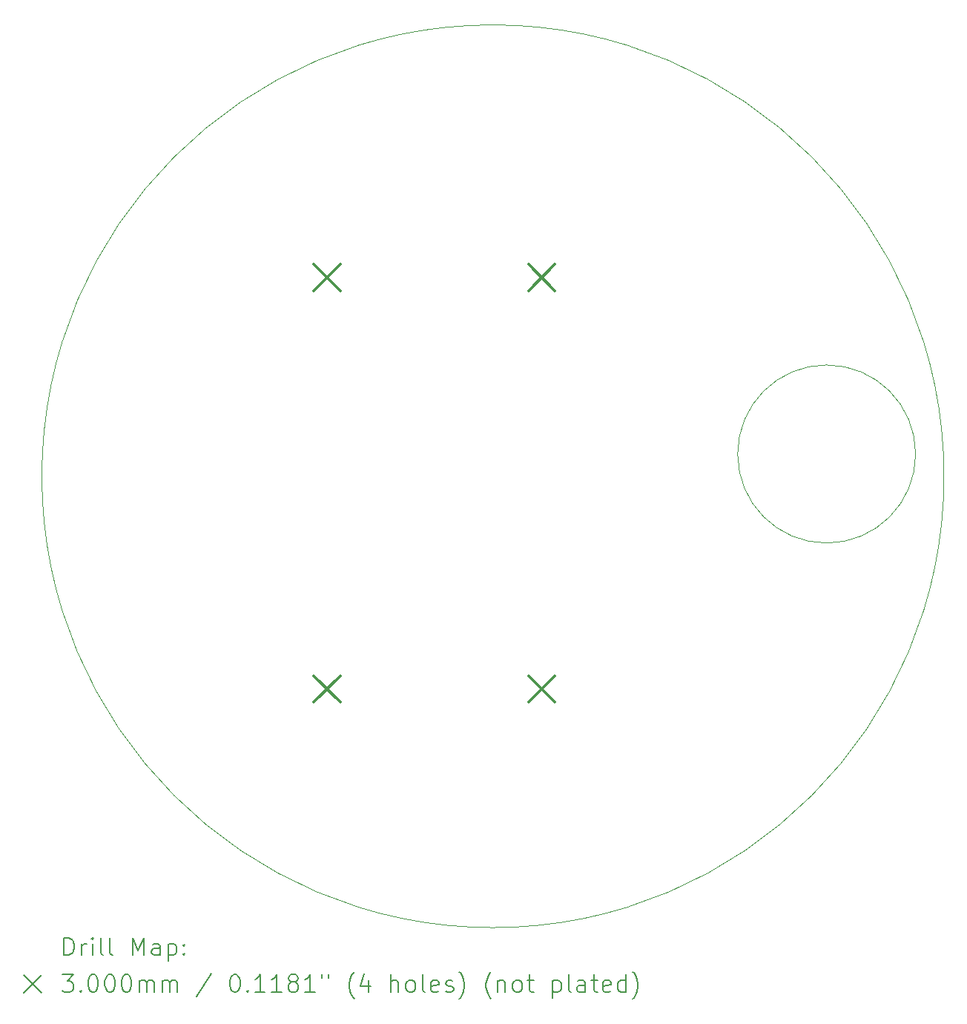
<source format=gbr>
%TF.GenerationSoftware,KiCad,Pcbnew,(6.0.9)*%
%TF.CreationDate,2023-01-15T17:57:40-06:00*%
%TF.ProjectId,URVBuoyancyEngine,55525642-756f-4796-916e-6379456e6769,rev?*%
%TF.SameCoordinates,Original*%
%TF.FileFunction,Drillmap*%
%TF.FilePolarity,Positive*%
%FSLAX45Y45*%
G04 Gerber Fmt 4.5, Leading zero omitted, Abs format (unit mm)*
G04 Created by KiCad (PCBNEW (6.0.9)) date 2023-01-15 17:57:40*
%MOMM*%
%LPD*%
G01*
G04 APERTURE LIST*
%ADD10C,0.100000*%
%ADD11C,0.200000*%
%ADD12C,0.300000*%
G04 APERTURE END LIST*
D10*
X13462000Y-8890000D02*
G75*
G03*
X13462000Y-8890000I-1016000J0D01*
G01*
X13786000Y-9144000D02*
G75*
G03*
X13786000Y-9144000I-5150000J0D01*
G01*
D11*
D12*
X6592500Y-6727000D02*
X6892500Y-7027000D01*
X6892500Y-6727000D02*
X6592500Y-7027000D01*
X6592500Y-11422000D02*
X6892500Y-11722000D01*
X6892500Y-11422000D02*
X6592500Y-11722000D01*
X9043500Y-6727000D02*
X9343500Y-7027000D01*
X9343500Y-6727000D02*
X9043500Y-7027000D01*
X9043500Y-11422000D02*
X9343500Y-11722000D01*
X9343500Y-11422000D02*
X9043500Y-11722000D01*
D11*
X3738619Y-14609476D02*
X3738619Y-14409476D01*
X3786238Y-14409476D01*
X3814809Y-14419000D01*
X3833857Y-14438048D01*
X3843381Y-14457095D01*
X3852905Y-14495190D01*
X3852905Y-14523762D01*
X3843381Y-14561857D01*
X3833857Y-14580905D01*
X3814809Y-14599952D01*
X3786238Y-14609476D01*
X3738619Y-14609476D01*
X3938619Y-14609476D02*
X3938619Y-14476143D01*
X3938619Y-14514238D02*
X3948143Y-14495190D01*
X3957667Y-14485667D01*
X3976714Y-14476143D01*
X3995762Y-14476143D01*
X4062428Y-14609476D02*
X4062428Y-14476143D01*
X4062428Y-14409476D02*
X4052905Y-14419000D01*
X4062428Y-14428524D01*
X4071952Y-14419000D01*
X4062428Y-14409476D01*
X4062428Y-14428524D01*
X4186238Y-14609476D02*
X4167190Y-14599952D01*
X4157667Y-14580905D01*
X4157667Y-14409476D01*
X4291000Y-14609476D02*
X4271952Y-14599952D01*
X4262429Y-14580905D01*
X4262429Y-14409476D01*
X4519571Y-14609476D02*
X4519571Y-14409476D01*
X4586238Y-14552333D01*
X4652905Y-14409476D01*
X4652905Y-14609476D01*
X4833857Y-14609476D02*
X4833857Y-14504714D01*
X4824333Y-14485667D01*
X4805286Y-14476143D01*
X4767190Y-14476143D01*
X4748143Y-14485667D01*
X4833857Y-14599952D02*
X4814810Y-14609476D01*
X4767190Y-14609476D01*
X4748143Y-14599952D01*
X4738619Y-14580905D01*
X4738619Y-14561857D01*
X4748143Y-14542809D01*
X4767190Y-14533286D01*
X4814810Y-14533286D01*
X4833857Y-14523762D01*
X4929095Y-14476143D02*
X4929095Y-14676143D01*
X4929095Y-14485667D02*
X4948143Y-14476143D01*
X4986238Y-14476143D01*
X5005286Y-14485667D01*
X5014810Y-14495190D01*
X5024333Y-14514238D01*
X5024333Y-14571381D01*
X5014810Y-14590428D01*
X5005286Y-14599952D01*
X4986238Y-14609476D01*
X4948143Y-14609476D01*
X4929095Y-14599952D01*
X5110048Y-14590428D02*
X5119571Y-14599952D01*
X5110048Y-14609476D01*
X5100524Y-14599952D01*
X5110048Y-14590428D01*
X5110048Y-14609476D01*
X5110048Y-14485667D02*
X5119571Y-14495190D01*
X5110048Y-14504714D01*
X5100524Y-14495190D01*
X5110048Y-14485667D01*
X5110048Y-14504714D01*
X3281000Y-14839000D02*
X3481000Y-15039000D01*
X3481000Y-14839000D02*
X3281000Y-15039000D01*
X3719571Y-14829476D02*
X3843381Y-14829476D01*
X3776714Y-14905667D01*
X3805286Y-14905667D01*
X3824333Y-14915190D01*
X3833857Y-14924714D01*
X3843381Y-14943762D01*
X3843381Y-14991381D01*
X3833857Y-15010428D01*
X3824333Y-15019952D01*
X3805286Y-15029476D01*
X3748143Y-15029476D01*
X3729095Y-15019952D01*
X3719571Y-15010428D01*
X3929095Y-15010428D02*
X3938619Y-15019952D01*
X3929095Y-15029476D01*
X3919571Y-15019952D01*
X3929095Y-15010428D01*
X3929095Y-15029476D01*
X4062428Y-14829476D02*
X4081476Y-14829476D01*
X4100524Y-14839000D01*
X4110048Y-14848524D01*
X4119571Y-14867571D01*
X4129095Y-14905667D01*
X4129095Y-14953286D01*
X4119571Y-14991381D01*
X4110048Y-15010428D01*
X4100524Y-15019952D01*
X4081476Y-15029476D01*
X4062428Y-15029476D01*
X4043381Y-15019952D01*
X4033857Y-15010428D01*
X4024333Y-14991381D01*
X4014809Y-14953286D01*
X4014809Y-14905667D01*
X4024333Y-14867571D01*
X4033857Y-14848524D01*
X4043381Y-14839000D01*
X4062428Y-14829476D01*
X4252905Y-14829476D02*
X4271952Y-14829476D01*
X4291000Y-14839000D01*
X4300524Y-14848524D01*
X4310048Y-14867571D01*
X4319571Y-14905667D01*
X4319571Y-14953286D01*
X4310048Y-14991381D01*
X4300524Y-15010428D01*
X4291000Y-15019952D01*
X4271952Y-15029476D01*
X4252905Y-15029476D01*
X4233857Y-15019952D01*
X4224333Y-15010428D01*
X4214810Y-14991381D01*
X4205286Y-14953286D01*
X4205286Y-14905667D01*
X4214810Y-14867571D01*
X4224333Y-14848524D01*
X4233857Y-14839000D01*
X4252905Y-14829476D01*
X4443381Y-14829476D02*
X4462429Y-14829476D01*
X4481476Y-14839000D01*
X4491000Y-14848524D01*
X4500524Y-14867571D01*
X4510048Y-14905667D01*
X4510048Y-14953286D01*
X4500524Y-14991381D01*
X4491000Y-15010428D01*
X4481476Y-15019952D01*
X4462429Y-15029476D01*
X4443381Y-15029476D01*
X4424333Y-15019952D01*
X4414810Y-15010428D01*
X4405286Y-14991381D01*
X4395762Y-14953286D01*
X4395762Y-14905667D01*
X4405286Y-14867571D01*
X4414810Y-14848524D01*
X4424333Y-14839000D01*
X4443381Y-14829476D01*
X4595762Y-15029476D02*
X4595762Y-14896143D01*
X4595762Y-14915190D02*
X4605286Y-14905667D01*
X4624333Y-14896143D01*
X4652905Y-14896143D01*
X4671952Y-14905667D01*
X4681476Y-14924714D01*
X4681476Y-15029476D01*
X4681476Y-14924714D02*
X4691000Y-14905667D01*
X4710048Y-14896143D01*
X4738619Y-14896143D01*
X4757667Y-14905667D01*
X4767190Y-14924714D01*
X4767190Y-15029476D01*
X4862429Y-15029476D02*
X4862429Y-14896143D01*
X4862429Y-14915190D02*
X4871952Y-14905667D01*
X4891000Y-14896143D01*
X4919571Y-14896143D01*
X4938619Y-14905667D01*
X4948143Y-14924714D01*
X4948143Y-15029476D01*
X4948143Y-14924714D02*
X4957667Y-14905667D01*
X4976714Y-14896143D01*
X5005286Y-14896143D01*
X5024333Y-14905667D01*
X5033857Y-14924714D01*
X5033857Y-15029476D01*
X5424333Y-14819952D02*
X5252905Y-15077095D01*
X5681476Y-14829476D02*
X5700524Y-14829476D01*
X5719571Y-14839000D01*
X5729095Y-14848524D01*
X5738619Y-14867571D01*
X5748143Y-14905667D01*
X5748143Y-14953286D01*
X5738619Y-14991381D01*
X5729095Y-15010428D01*
X5719571Y-15019952D01*
X5700524Y-15029476D01*
X5681476Y-15029476D01*
X5662428Y-15019952D01*
X5652905Y-15010428D01*
X5643381Y-14991381D01*
X5633857Y-14953286D01*
X5633857Y-14905667D01*
X5643381Y-14867571D01*
X5652905Y-14848524D01*
X5662428Y-14839000D01*
X5681476Y-14829476D01*
X5833857Y-15010428D02*
X5843381Y-15019952D01*
X5833857Y-15029476D01*
X5824333Y-15019952D01*
X5833857Y-15010428D01*
X5833857Y-15029476D01*
X6033857Y-15029476D02*
X5919571Y-15029476D01*
X5976714Y-15029476D02*
X5976714Y-14829476D01*
X5957667Y-14858048D01*
X5938619Y-14877095D01*
X5919571Y-14886619D01*
X6224333Y-15029476D02*
X6110048Y-15029476D01*
X6167190Y-15029476D02*
X6167190Y-14829476D01*
X6148143Y-14858048D01*
X6129095Y-14877095D01*
X6110048Y-14886619D01*
X6338619Y-14915190D02*
X6319571Y-14905667D01*
X6310048Y-14896143D01*
X6300524Y-14877095D01*
X6300524Y-14867571D01*
X6310048Y-14848524D01*
X6319571Y-14839000D01*
X6338619Y-14829476D01*
X6376714Y-14829476D01*
X6395762Y-14839000D01*
X6405286Y-14848524D01*
X6414809Y-14867571D01*
X6414809Y-14877095D01*
X6405286Y-14896143D01*
X6395762Y-14905667D01*
X6376714Y-14915190D01*
X6338619Y-14915190D01*
X6319571Y-14924714D01*
X6310048Y-14934238D01*
X6300524Y-14953286D01*
X6300524Y-14991381D01*
X6310048Y-15010428D01*
X6319571Y-15019952D01*
X6338619Y-15029476D01*
X6376714Y-15029476D01*
X6395762Y-15019952D01*
X6405286Y-15010428D01*
X6414809Y-14991381D01*
X6414809Y-14953286D01*
X6405286Y-14934238D01*
X6395762Y-14924714D01*
X6376714Y-14915190D01*
X6605286Y-15029476D02*
X6491000Y-15029476D01*
X6548143Y-15029476D02*
X6548143Y-14829476D01*
X6529095Y-14858048D01*
X6510048Y-14877095D01*
X6491000Y-14886619D01*
X6681476Y-14829476D02*
X6681476Y-14867571D01*
X6757667Y-14829476D02*
X6757667Y-14867571D01*
X7052905Y-15105667D02*
X7043381Y-15096143D01*
X7024333Y-15067571D01*
X7014809Y-15048524D01*
X7005286Y-15019952D01*
X6995762Y-14972333D01*
X6995762Y-14934238D01*
X7005286Y-14886619D01*
X7014809Y-14858048D01*
X7024333Y-14839000D01*
X7043381Y-14810428D01*
X7052905Y-14800905D01*
X7214809Y-14896143D02*
X7214809Y-15029476D01*
X7167190Y-14819952D02*
X7119571Y-14962809D01*
X7243381Y-14962809D01*
X7471952Y-15029476D02*
X7471952Y-14829476D01*
X7557667Y-15029476D02*
X7557667Y-14924714D01*
X7548143Y-14905667D01*
X7529095Y-14896143D01*
X7500524Y-14896143D01*
X7481476Y-14905667D01*
X7471952Y-14915190D01*
X7681476Y-15029476D02*
X7662428Y-15019952D01*
X7652905Y-15010428D01*
X7643381Y-14991381D01*
X7643381Y-14934238D01*
X7652905Y-14915190D01*
X7662428Y-14905667D01*
X7681476Y-14896143D01*
X7710048Y-14896143D01*
X7729095Y-14905667D01*
X7738619Y-14915190D01*
X7748143Y-14934238D01*
X7748143Y-14991381D01*
X7738619Y-15010428D01*
X7729095Y-15019952D01*
X7710048Y-15029476D01*
X7681476Y-15029476D01*
X7862428Y-15029476D02*
X7843381Y-15019952D01*
X7833857Y-15000905D01*
X7833857Y-14829476D01*
X8014809Y-15019952D02*
X7995762Y-15029476D01*
X7957667Y-15029476D01*
X7938619Y-15019952D01*
X7929095Y-15000905D01*
X7929095Y-14924714D01*
X7938619Y-14905667D01*
X7957667Y-14896143D01*
X7995762Y-14896143D01*
X8014809Y-14905667D01*
X8024333Y-14924714D01*
X8024333Y-14943762D01*
X7929095Y-14962809D01*
X8100524Y-15019952D02*
X8119571Y-15029476D01*
X8157667Y-15029476D01*
X8176714Y-15019952D01*
X8186238Y-15000905D01*
X8186238Y-14991381D01*
X8176714Y-14972333D01*
X8157667Y-14962809D01*
X8129095Y-14962809D01*
X8110048Y-14953286D01*
X8100524Y-14934238D01*
X8100524Y-14924714D01*
X8110048Y-14905667D01*
X8129095Y-14896143D01*
X8157667Y-14896143D01*
X8176714Y-14905667D01*
X8252905Y-15105667D02*
X8262428Y-15096143D01*
X8281476Y-15067571D01*
X8291000Y-15048524D01*
X8300524Y-15019952D01*
X8310048Y-14972333D01*
X8310048Y-14934238D01*
X8300524Y-14886619D01*
X8291000Y-14858048D01*
X8281476Y-14839000D01*
X8262428Y-14810428D01*
X8252905Y-14800905D01*
X8614810Y-15105667D02*
X8605286Y-15096143D01*
X8586238Y-15067571D01*
X8576714Y-15048524D01*
X8567190Y-15019952D01*
X8557667Y-14972333D01*
X8557667Y-14934238D01*
X8567190Y-14886619D01*
X8576714Y-14858048D01*
X8586238Y-14839000D01*
X8605286Y-14810428D01*
X8614810Y-14800905D01*
X8691000Y-14896143D02*
X8691000Y-15029476D01*
X8691000Y-14915190D02*
X8700524Y-14905667D01*
X8719571Y-14896143D01*
X8748143Y-14896143D01*
X8767190Y-14905667D01*
X8776714Y-14924714D01*
X8776714Y-15029476D01*
X8900524Y-15029476D02*
X8881476Y-15019952D01*
X8871952Y-15010428D01*
X8862429Y-14991381D01*
X8862429Y-14934238D01*
X8871952Y-14915190D01*
X8881476Y-14905667D01*
X8900524Y-14896143D01*
X8929095Y-14896143D01*
X8948143Y-14905667D01*
X8957667Y-14915190D01*
X8967190Y-14934238D01*
X8967190Y-14991381D01*
X8957667Y-15010428D01*
X8948143Y-15019952D01*
X8929095Y-15029476D01*
X8900524Y-15029476D01*
X9024333Y-14896143D02*
X9100524Y-14896143D01*
X9052905Y-14829476D02*
X9052905Y-15000905D01*
X9062429Y-15019952D01*
X9081476Y-15029476D01*
X9100524Y-15029476D01*
X9319571Y-14896143D02*
X9319571Y-15096143D01*
X9319571Y-14905667D02*
X9338619Y-14896143D01*
X9376714Y-14896143D01*
X9395762Y-14905667D01*
X9405286Y-14915190D01*
X9414810Y-14934238D01*
X9414810Y-14991381D01*
X9405286Y-15010428D01*
X9395762Y-15019952D01*
X9376714Y-15029476D01*
X9338619Y-15029476D01*
X9319571Y-15019952D01*
X9529095Y-15029476D02*
X9510048Y-15019952D01*
X9500524Y-15000905D01*
X9500524Y-14829476D01*
X9691000Y-15029476D02*
X9691000Y-14924714D01*
X9681476Y-14905667D01*
X9662429Y-14896143D01*
X9624333Y-14896143D01*
X9605286Y-14905667D01*
X9691000Y-15019952D02*
X9671952Y-15029476D01*
X9624333Y-15029476D01*
X9605286Y-15019952D01*
X9595762Y-15000905D01*
X9595762Y-14981857D01*
X9605286Y-14962809D01*
X9624333Y-14953286D01*
X9671952Y-14953286D01*
X9691000Y-14943762D01*
X9757667Y-14896143D02*
X9833857Y-14896143D01*
X9786238Y-14829476D02*
X9786238Y-15000905D01*
X9795762Y-15019952D01*
X9814810Y-15029476D01*
X9833857Y-15029476D01*
X9976714Y-15019952D02*
X9957667Y-15029476D01*
X9919571Y-15029476D01*
X9900524Y-15019952D01*
X9891000Y-15000905D01*
X9891000Y-14924714D01*
X9900524Y-14905667D01*
X9919571Y-14896143D01*
X9957667Y-14896143D01*
X9976714Y-14905667D01*
X9986238Y-14924714D01*
X9986238Y-14943762D01*
X9891000Y-14962809D01*
X10157667Y-15029476D02*
X10157667Y-14829476D01*
X10157667Y-15019952D02*
X10138619Y-15029476D01*
X10100524Y-15029476D01*
X10081476Y-15019952D01*
X10071952Y-15010428D01*
X10062429Y-14991381D01*
X10062429Y-14934238D01*
X10071952Y-14915190D01*
X10081476Y-14905667D01*
X10100524Y-14896143D01*
X10138619Y-14896143D01*
X10157667Y-14905667D01*
X10233857Y-15105667D02*
X10243381Y-15096143D01*
X10262429Y-15067571D01*
X10271952Y-15048524D01*
X10281476Y-15019952D01*
X10291000Y-14972333D01*
X10291000Y-14934238D01*
X10281476Y-14886619D01*
X10271952Y-14858048D01*
X10262429Y-14839000D01*
X10243381Y-14810428D01*
X10233857Y-14800905D01*
M02*

</source>
